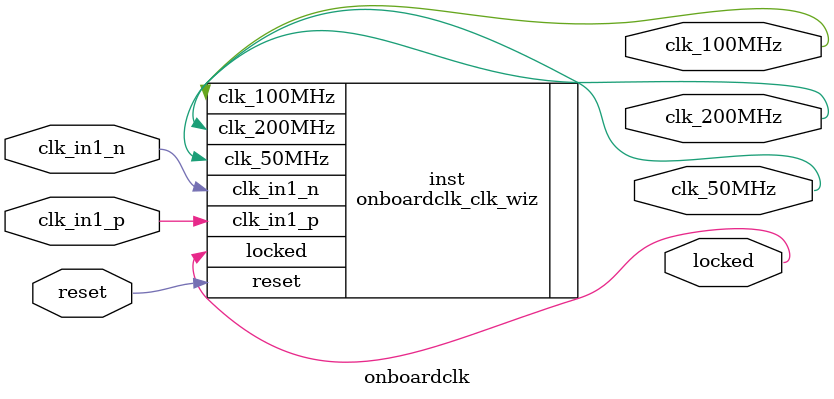
<source format=v>


`timescale 1ps/1ps

(* CORE_GENERATION_INFO = "onboardclk,clk_wiz_v6_0_6_0_0,{component_name=onboardclk,use_phase_alignment=false,use_min_o_jitter=false,use_max_i_jitter=false,use_dyn_phase_shift=false,use_inclk_switchover=false,use_dyn_reconfig=false,enable_axi=0,feedback_source=FDBK_AUTO,PRIMITIVE=MMCM,num_out_clk=3,clkin1_period=10.000,clkin2_period=10.000,use_power_down=false,use_reset=true,use_locked=true,use_inclk_stopped=false,feedback_type=SINGLE,CLOCK_MGR_TYPE=NA,manual_override=false}" *)

module onboardclk 
 (
  // Clock out ports
  output        clk_200MHz,
  output        clk_50MHz,
  output        clk_100MHz,
  // Status and control signals
  input         reset,
  output        locked,
 // Clock in ports
  input         clk_in1_p,
  input         clk_in1_n
 );

  onboardclk_clk_wiz inst
  (
  // Clock out ports  
  .clk_200MHz(clk_200MHz),
  .clk_50MHz(clk_50MHz),
  .clk_100MHz(clk_100MHz),
  // Status and control signals               
  .reset(reset), 
  .locked(locked),
 // Clock in ports
  .clk_in1_p(clk_in1_p),
  .clk_in1_n(clk_in1_n)
  );

endmodule

</source>
